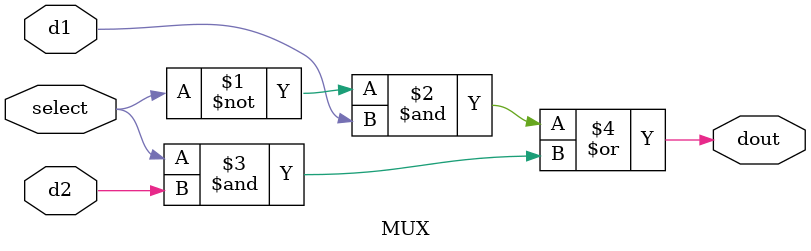
<source format=v>
module MUX(d1,d2,select,dout);
input d1,d2;
input select;
output dout;

assign dout=(((~select)&d1)|(select & d2));

endmodule
</source>
